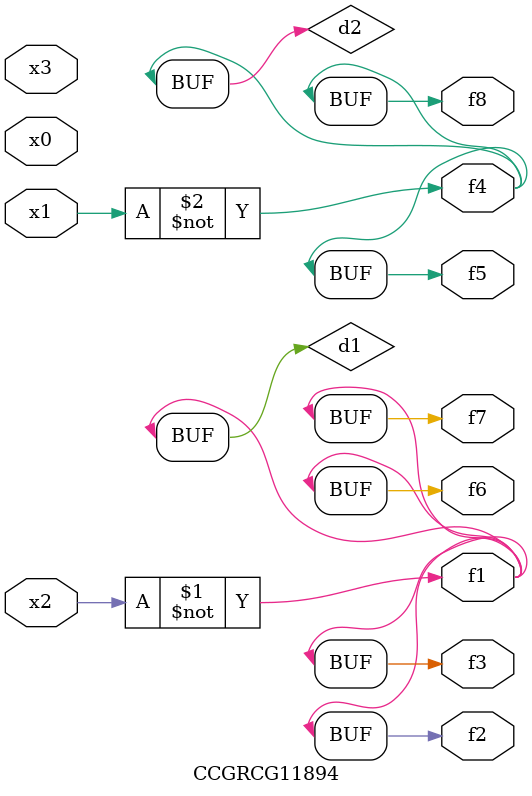
<source format=v>
module CCGRCG11894(
	input x0, x1, x2, x3,
	output f1, f2, f3, f4, f5, f6, f7, f8
);

	wire d1, d2;

	xnor (d1, x2);
	not (d2, x1);
	assign f1 = d1;
	assign f2 = d1;
	assign f3 = d1;
	assign f4 = d2;
	assign f5 = d2;
	assign f6 = d1;
	assign f7 = d1;
	assign f8 = d2;
endmodule

</source>
